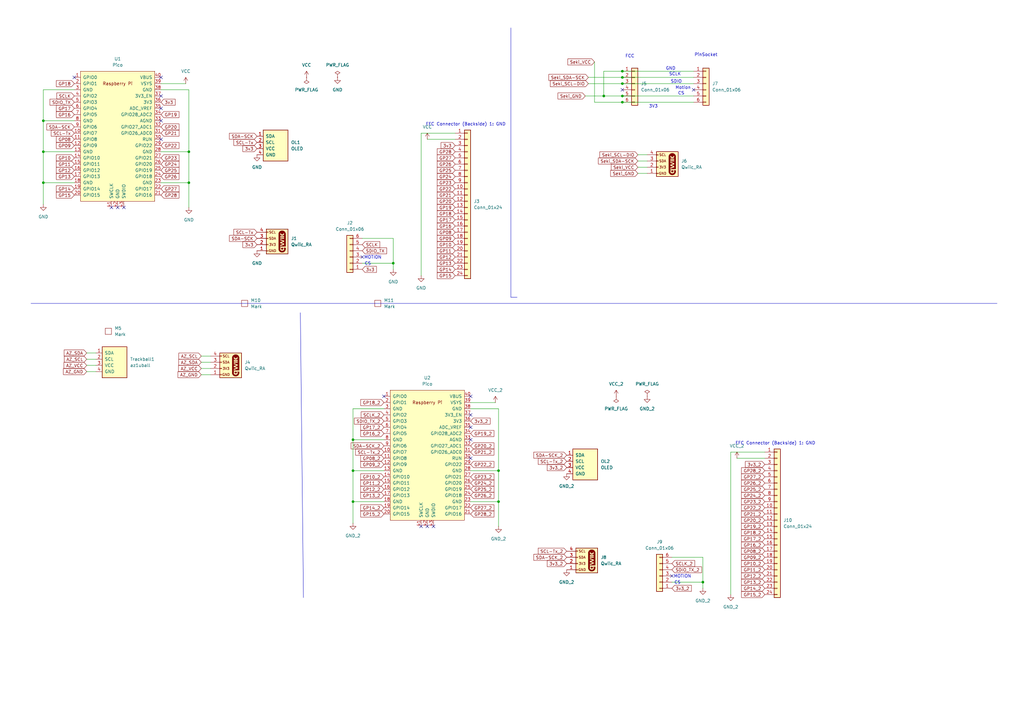
<source format=kicad_sch>
(kicad_sch (version 20250114) (generator "eeschema") (generator_version "9.0")
  (paper "A3")
  (lib_symbols
    (symbol "BrownSugar_KBD:Mark" (pin_numbers (hide yes)) (pin_names (offset 0) (hide yes))
      (property "Reference" "M" (at 0 3.81 0))
      (property "Value" "Mark" (at 0 2.54 0))
    )
    (symbol "BrownSugar_KBD:OLED" (pin_names (offset 1.016))
      (property "Reference" "OL" (at 0 7.62 0))
      (property "Value" "OLED" (at 0 -7.62 0))
      (symbol "OLED_1_1"
        (pin bidirectional line (at -7.62 3.81 0) (length 2.54) (name "SDA") (number "1"))
        (pin bidirectional line (at -7.62 1.27 0) (length 2.54) (name "SCL") (number "2"))
        (pin power_in line (at -7.62 -1.27 0) (length 2.54) (name "VCC") (number "3"))
        (pin power_in line (at -7.62 -3.81 0) (length 2.54) (name "GND") (number "4"))
      )
    )
    (symbol "Connector_Generic:Conn_01x06" (pin_names (offset 1.016) (hide yes))
      (property "Reference" "J" (at 0 7.62 0))
      (property "Value" "Conn_01x06" (at 0 -10.16 0))
      (symbol "Conn_01x06_1_1"
        (pin passive line (at -5.08 5.08 0) (length 3.81) (name "Pin_1") (number "1"))
        (pin passive line (at -5.08 2.54 0) (length 3.81) (name "Pin_2") (number "2"))
        (pin passive line (at -5.08 0 0) (length 3.81) (name "Pin_3") (number "3"))
        (pin passive line (at -5.08 -2.54 0) (length 3.81) (name "Pin_4") (number "4"))
        (pin passive line (at -5.08 -5.08 0) (length 3.81) (name "Pin_5") (number "5"))
        (pin passive line (at -5.08 -7.62 0) (length 3.81) (name "Pin_6") (number "6"))
      )
    )
    (symbol "Connector_Generic:Conn_01x24" (pin_names (offset 1.016) (hide yes))
      (property "Reference" "J" (at 0 30.48 0))
      (property "Value" "Conn_01x24" (at 0 -33.02 0))
      (symbol "Conn_01x24_1_1"
        (pin passive line (at -5.08 27.94 0) (length 3.81) (name "Pin_1") (number "1"))
        (pin passive line (at -5.08 25.4 0) (length 3.81) (name "Pin_2") (number "2"))
        (pin passive line (at -5.08 22.86 0) (length 3.81) (name "Pin_3") (number "3"))
        (pin passive line (at -5.08 20.32 0) (length 3.81) (name "Pin_4") (number "4"))
        (pin passive line (at -5.08 17.78 0) (length 3.81) (name "Pin_5") (number "5"))
        (pin passive line (at -5.08 15.24 0) (length 3.81) (name "Pin_6") (number "6"))
        (pin passive line (at -5.08 12.7 0) (length 3.81) (name "Pin_7") (number "7"))
        (pin passive line (at -5.08 10.16 0) (length 3.81) (name "Pin_8") (number "8"))
        (pin passive line (at -5.08 7.62 0) (length 3.81) (name "Pin_9") (number "9"))
        (pin passive line (at -5.08 5.08 0) (length 3.81) (name "Pin_10") (number "10"))
        (pin passive line (at -5.08 2.54 0) (length 3.81) (name "Pin_11") (number "11"))
        (pin passive line (at -5.08 0 0) (length 3.81) (name "Pin_12") (number "12"))
        (pin passive line (at -5.08 -2.54 0) (length 3.81) (name "Pin_13") (number "13"))
        (pin passive line (at -5.08 -5.08 0) (length 3.81) (name "Pin_14") (number "14"))
        (pin passive line (at -5.08 -7.62 0) (length 3.81) (name "Pin_15") (number "15"))
        (pin passive line (at -5.08 -10.16 0) (length 3.81) (name "Pin_16") (number "16"))
        (pin passive line (at -5.08 -12.7 0) (length 3.81) (name "Pin_17") (number "17"))
        (pin passive line (at -5.08 -15.24 0) (length 3.81) (name "Pin_18") (number "18"))
        (pin passive line (at -5.08 -17.78 0) (length 3.81) (name "Pin_19") (number "19"))
        (pin passive line (at -5.08 -20.32 0) (length 3.81) (name "Pin_20") (number "20"))
        (pin passive line (at -5.08 -22.86 0) (length 3.81) (name "Pin_21") (number "21"))
        (pin passive line (at -5.08 -25.4 0) (length 3.81) (name "Pin_22") (number "22"))
        (pin passive line (at -5.08 -27.94 0) (length 3.81) (name "Pin_23") (number "23"))
        (pin passive line (at -5.08 -30.48 0) (length 3.81) (name "Pin_24") (number "24"))
      )
    )
    (symbol "RPi_Pico:Pico" (pin_names (offset 1.016))
      (property "Reference" "U" (at -13.97 27.94 0))
      (property "Value" "Pico" (at 0 19.05 0))
      (symbol "Pico_0_0"
        (text "Raspberry Pi" (at 0 21.59 0) (effects (font (size 1.27 1.27))))
      )
      (symbol "Pico_1_1"
        (pin bidirectional line (at -17.78 24.13 0) (length 2.54) (name "GPIO0") (number "1"))
        (pin bidirectional line (at -17.78 21.59 0) (length 2.54) (name "GPIO1") (number "2"))
        (pin power_in line (at -17.78 19.05 0) (length 2.54) (name "GND") (number "3"))
        (pin bidirectional line (at -17.78 16.51 0) (length 2.54) (name "GPIO2") (number "4"))
        (pin bidirectional line (at -17.78 13.97 0) (length 2.54) (name "GPIO3") (number "5"))
        (pin bidirectional line (at -17.78 11.43 0) (length 2.54) (name "GPIO4") (number "6"))
        (pin bidirectional line (at -17.78 8.89 0) (length 2.54) (name "GPIO5") (number "7"))
        (pin power_in line (at -17.78 6.35 0) (length 2.54) (name "GND") (number "8"))
        (pin bidirectional line (at -17.78 3.81 0) (length 2.54) (name "GPIO6") (number "9"))
        (pin bidirectional line (at -17.78 1.27 0) (length 2.54) (name "GPIO7") (number "10"))
        (pin bidirectional line (at -17.78 -1.27 0) (length 2.54) (name "GPIO8") (number "11"))
        (pin bidirectional line (at -17.78 -3.81 0) (length 2.54) (name "GPIO9") (number "12"))
        (pin power_in line (at -17.78 -6.35 0) (length 2.54) (name "GND") (number "13"))
        (pin bidirectional line (at -17.78 -8.89 0) (length 2.54) (name "GPIO10") (number "14"))
        (pin bidirectional line (at -17.78 -11.43 0) (length 2.54) (name "GPIO11") (number "15"))
        (pin bidirectional line (at -17.78 -13.97 0) (length 2.54) (name "GPIO12") (number "16"))
        (pin bidirectional line (at -17.78 -16.51 0) (length 2.54) (name "GPIO13") (number "17"))
        (pin power_in line (at -17.78 -19.05 0) (length 2.54) (name "GND") (number "18"))
        (pin bidirectional line (at -17.78 -21.59 0) (length 2.54) (name "GPIO14") (number "19"))
        (pin bidirectional line (at -17.78 -24.13 0) (length 2.54) (name "GPIO15") (number "20"))
        (pin input line (at -2.54 -29.21 90) (length 2.54) (name "SWCLK") (number "41"))
        (pin power_in line (at 0 -29.21 90) (length 2.54) (name "GND") (number "42"))
        (pin bidirectional line (at 2.54 -29.21 90) (length 2.54) (name "SWDIO") (number "43"))
        (pin unspecified line (at 17.78 24.13 180) (length 2.54) (name "VBUS") (number "40"))
        (pin unspecified line (at 17.78 21.59 180) (length 2.54) (name "VSYS") (number "39"))
        (pin bidirectional line (at 17.78 19.05 180) (length 2.54) (name "GND") (number "38"))
        (pin input line (at 17.78 16.51 180) (length 2.54) (name "3V3_EN") (number "37"))
        (pin unspecified line (at 17.78 13.97 180) (length 2.54) (name "3V3") (number "36"))
        (pin unspecified line (at 17.78 11.43 180) (length 2.54) (name "ADC_VREF") (number "35"))
        (pin bidirectional line (at 17.78 8.89 180) (length 2.54) (name "GPIO28_ADC2") (number "34"))
        (pin power_in line (at 17.78 6.35 180) (length 2.54) (name "AGND") (number "33"))
        (pin bidirectional line (at 17.78 3.81 180) (length 2.54) (name "GPIO27_ADC1") (number "32"))
        (pin bidirectional line (at 17.78 1.27 180) (length 2.54) (name "GPIO26_ADC0") (number "31"))
        (pin input line (at 17.78 -1.27 180) (length 2.54) (name "RUN") (number "30"))
        (pin bidirectional line (at 17.78 -3.81 180) (length 2.54) (name "GPIO22") (number "29"))
        (pin power_in line (at 17.78 -6.35 180) (length 2.54) (name "GND") (number "28"))
        (pin bidirectional line (at 17.78 -8.89 180) (length 2.54) (name "GPIO21") (number "27"))
        (pin bidirectional line (at 17.78 -11.43 180) (length 2.54) (name "GPIO20") (number "26"))
        (pin bidirectional line (at 17.78 -13.97 180) (length 2.54) (name "GPIO19") (number "25"))
        (pin bidirectional line (at 17.78 -16.51 180) (length 2.54) (name "GPIO18") (number "24"))
        (pin power_in line (at 17.78 -19.05 180) (length 2.54) (name "GND") (number "23"))
        (pin bidirectional line (at 17.78 -21.59 180) (length 2.54) (name "GPIO17") (number "22"))
        (pin bidirectional line (at 17.78 -24.13 180) (length 2.54) (name "GPIO16") (number "21"))
      )
    )
    (symbol "SparkFun-Connector:Qwiic_Right_Angle" (pin_names (offset 1.016) (hide yes))
      (property "Reference" "J" (at 0 5.08 0))
      (property "Value" "Qwiic_RA" (at 0 -7.62 0))
      (symbol "Qwiic_Right_Angle_1_1"
        (text "SCL" (at 1.27 2.54 0) (effects (font (size 1 1))))
        (text "SDA" (at 1.27 0 0) (effects (font (size 1 1))))
        (text "3V3" (at 1.27 -2.54 0) (effects (font (size 1 1))))
        (text "GND" (at 1.27 -5.08 0) (effects (font (size 1 1))))
        (pin passive line (at -5.08 2.54 0) (length 3.81) (name "Pin_4") (number "4"))
        (pin passive line (at -5.08 0 0) (length 3.81) (name "Pin_3") (number "3"))
        (pin passive line (at -5.08 -2.54 0) (length 3.81) (name "Pin_2") (number "2"))
        (pin passive line (at -5.08 -5.08 0) (length 3.81) (name "Pin_1") (number "1"))
        (pin no_connect line (at 5.08 3.81 270) (length 2.54) (hide yes) (name "NC") (number "NC1"))
        (pin no_connect line (at 6.35 3.81 270) (length 2.54) (hide yes) (name "NC") (number "NC2"))
      )
    )
    (symbol "power:GND" (power) (pin_numbers (hide yes)) (pin_names (offset 0) (hide yes))
      (property "Value" "GND" (at 0 -3.81 0))
      (symbol "GND_1_1"
        (pin power_in line (at 0 0 270) (length 0) (name "~") (number "1"))
      )
    )
    (symbol "power:PWR_FLAG" (power) (pin_numbers (hide yes)) (pin_names (offset 0) (hide yes))
      (property "Value" "PWR_FLAG" (at 0 3.81 0))
      (symbol "PWR_FLAG_0_0"
        (pin power_out line (at 0 0 90) (length 0) (name "~") (number "1"))
      )
    )
    (symbol "power:VCC" (power) (pin_numbers (hide yes)) (pin_names (offset 0) (hide yes))
      (property "Value" "VCC" (at 0 3.556 0))
      (symbol "VCC_1_1"
        (pin power_in line (at 0 0 90) (length 0) (name "~") (number "1"))
      )
    )
  )
  (text "CS" (at 150.876 108.204 0) (effects (font (size 1.27 1.27))))
  (text "FCC" (at 258.318 23.114 0) (effects (font (size 1.27 1.27))))
  (text "PinSocket" (at 289.56 22.606 0) (effects (font (size 1.27 1.27))))
  (text "3V3" (at 267.97 43.688 0) (effects (font (size 1.27 1.27))))
  (text "SCLK" (at 276.86 30.48 0) (effects (font (size 1.27 1.27))))
  (text "FFC Connector (Backside) 1: GND" (at 318.008 181.864 0) (effects (font (size 1.27 1.27))))
  (text "MOTION" (at 279.908 236.474 0) (effects (font (size 1.27 1.27))))
  (text "Motion\n" (at 280.162 36.068 0) (effects (font (size 1.27 1.27))))
  (text "SDIO" (at 277.368 33.528 0) (effects (font (size 1.27 1.27))))
  (text "FFC Connector (Backside) 1: GND" (at 191.008 51.054 0) (effects (font (size 1.27 1.27))))
  (text "CS\n" (at 279.4 38.354 0) (effects (font (size 1.27 1.27))))
  (text "CS" (at 277.876 239.014 0) (effects (font (size 1.27 1.27))))
  (text "GND" (at 275.082 28.194 0) (effects (font (size 1.27 1.27))))
  (text "MOTION" (at 152.908 105.664 0) (effects (font (size 1.27 1.27))))
  (junction (at 17.78 49.53))
  (junction (at 77.47 62.23))
  (junction (at 161.29 107.95))
  (junction (at 288.29 238.76))
  (junction (at 247.65 39.37))
  (junction (at 77.47 74.93))
  (junction (at 17.78 74.93))
  (junction (at 204.47 193.04))
  (junction (at 144.78 193.04))
  (junction (at 204.47 205.74))
  (junction (at 255.27 31.75))
  (junction (at 255.27 41.91))
  (junction (at 255.27 34.29))
  (junction (at 144.78 180.34))
  (junction (at 17.78 62.23))
  (junction (at 255.27 29.21))
  (junction (at 255.27 39.37))
  (junction (at 144.78 205.74))
  (no_connect (at 193.04 175.26))
  (no_connect (at 172.72 215.9))
  (no_connect (at 193.04 180.34))
  (no_connect (at 66.04 49.53))
  (no_connect (at 148.59 105.41))
  (no_connect (at 193.04 187.96))
  (no_connect (at 193.04 162.56))
  (no_connect (at 48.26 85.09))
  (no_connect (at 66.04 44.45))
  (no_connect (at 284.48 36.83))
  (no_connect (at 66.04 31.75))
  (no_connect (at 275.59 236.22))
  (no_connect (at 66.04 57.15))
  (no_connect (at 177.8 215.9))
  (no_connect (at 50.8 85.09))
  (no_connect (at 255.27 36.83))
  (no_connect (at 66.04 39.37))
  (no_connect (at 45.72 85.09))
  (no_connect (at 193.04 170.18))
  (no_connect (at 30.48 31.75))
  (no_connect (at 157.48 162.56))
  (no_connect (at 175.26 215.9))
  (wire (pts (xy 82.55 146.05) (xy 86.36 146.05)))
  (wire (pts (xy 157.48 167.64) (xy 144.78 167.64)))
  (wire (pts (xy 161.29 107.95) (xy 161.29 110.49)))
  (wire (pts (xy 255.27 31.75) (xy 284.48 31.75)))
  (wire (pts (xy 261.62 66.04) (xy 265.43 66.04)))
  (wire (pts (xy 17.78 49.53) (xy 17.78 62.23)))
  (wire (pts (xy 275.59 238.76) (xy 288.29 238.76)))
  (wire (pts (xy 17.78 36.83) (xy 17.78 49.53)))
  (wire (pts (xy 66.04 62.23) (xy 77.47 62.23)))
  (wire (pts (xy 30.48 36.83) (xy 17.78 36.83)))
  (polyline (pts (xy 123.19 128.27) (xy 124.46 245.11)))
  (polyline (pts (xy 209.55 11.43) (xy 209.55 121.92)))
  (wire (pts (xy 240.03 39.37) (xy 247.65 39.37)))
  (wire (pts (xy 35.56 147.32) (xy 39.37 147.32)))
  (wire (pts (xy 288.29 228.6) (xy 288.29 238.76)))
  (wire (pts (xy 17.78 74.93) (xy 17.78 83.82)))
  (wire (pts (xy 247.65 29.21) (xy 255.27 29.21)))
  (wire (pts (xy 35.56 149.86) (xy 39.37 149.86)))
  (wire (pts (xy 30.48 49.53) (xy 17.78 49.53)))
  (wire (pts (xy 144.78 180.34) (xy 144.78 193.04)))
  (wire (pts (xy 172.72 54.61) (xy 172.72 113.03)))
  (wire (pts (xy 144.78 167.64) (xy 144.78 180.34)))
  (wire (pts (xy 66.04 74.93) (xy 77.47 74.93)))
  (wire (pts (xy 77.47 74.93) (xy 77.47 85.09)))
  (wire (pts (xy 30.48 74.93) (xy 17.78 74.93)))
  (wire (pts (xy 193.04 193.04) (xy 204.47 193.04)))
  (wire (pts (xy 186.69 54.61) (xy 172.72 54.61)))
  (wire (pts (xy 175.26 57.15) (xy 186.69 57.15)))
  (wire (pts (xy 66.04 36.83) (xy 77.47 36.83)))
  (wire (pts (xy 77.47 36.83) (xy 77.47 62.23)))
  (wire (pts (xy 204.47 167.64) (xy 204.47 193.04)))
  (wire (pts (xy 299.72 185.42) (xy 299.72 243.84)))
  (wire (pts (xy 30.48 62.23) (xy 17.78 62.23)))
  (wire (pts (xy 241.3 31.75) (xy 255.27 31.75)))
  (wire (pts (xy 144.78 193.04) (xy 144.78 205.74)))
  (wire (pts (xy 157.48 205.74) (xy 144.78 205.74)))
  (wire (pts (xy 261.62 71.12) (xy 265.43 71.12)))
  (wire (pts (xy 204.47 193.04) (xy 204.47 205.74)))
  (wire (pts (xy 77.47 62.23) (xy 77.47 74.93)))
  (wire (pts (xy 17.78 62.23) (xy 17.78 74.93)))
  (polyline (pts (xy 209.55 121.92) (xy 212.09 121.92)))
  (wire (pts (xy 255.27 41.91) (xy 243.84 41.91)))
  (wire (pts (xy 157.48 180.34) (xy 144.78 180.34)))
  (wire (pts (xy 241.3 34.29) (xy 255.27 34.29)))
  (wire (pts (xy 148.59 107.95) (xy 161.29 107.95)))
  (wire (pts (xy 161.29 97.79) (xy 161.29 107.95)))
  (wire (pts (xy 302.26 187.96) (xy 313.69 187.96)))
  (wire (pts (xy 255.27 41.91) (xy 284.48 41.91)))
  (wire (pts (xy 247.65 39.37) (xy 247.65 29.21)))
  (wire (pts (xy 261.62 68.58) (xy 265.43 68.58)))
  (wire (pts (xy 247.65 39.37) (xy 255.27 39.37)))
  (wire (pts (xy 193.04 205.74) (xy 204.47 205.74)))
  (polyline (pts (xy 12.7 124.46) (xy 408.94 124.46)))
  (wire (pts (xy 255.27 34.29) (xy 284.48 34.29)))
  (wire (pts (xy 255.27 39.37) (xy 284.48 39.37)))
  (wire (pts (xy 243.84 41.91) (xy 243.84 25.4)))
  (wire (pts (xy 35.56 152.4) (xy 39.37 152.4)))
  (wire (pts (xy 313.69 185.42) (xy 299.72 185.42)))
  (wire (pts (xy 157.48 193.04) (xy 144.78 193.04)))
  (wire (pts (xy 193.04 165.1) (xy 203.2 165.1)))
  (wire (pts (xy 288.29 228.6) (xy 275.59 228.6)))
  (wire (pts (xy 204.47 205.74) (xy 204.47 215.9)))
  (wire (pts (xy 82.55 153.67) (xy 86.36 153.67)))
  (wire (pts (xy 255.27 29.21) (xy 284.48 29.21)))
  (wire (pts (xy 193.04 167.64) (xy 204.47 167.64)))
  (wire (pts (xy 35.56 144.78) (xy 39.37 144.78)))
  (wire (pts (xy 261.62 63.5) (xy 265.43 63.5)))
  (wire (pts (xy 82.55 148.59) (xy 86.36 148.59)))
  (wire (pts (xy 144.78 205.74) (xy 144.78 214.63)))
  (wire (pts (xy 161.29 97.79) (xy 148.59 97.79)))
  (wire (pts (xy 66.04 34.29) (xy 76.2 34.29)))
  (wire (pts (xy 82.55 151.13) (xy 86.36 151.13)))
  (wire (pts (xy 288.29 238.76) (xy 288.29 241.3)))
  (global_label "GP28" (shape input) (at 186.69 62.23 180) (property "Intersheetrefs" "${INTERSHEET_REFS}" (effects (hide yes))))
  (global_label "GP11" (shape input) (at 30.48 67.31 180) (property "Intersheetrefs" "${INTERSHEET_REFS}" (effects (hide yes))))
  (global_label "GP22_2" (shape input) (at 313.69 208.28 180) (property "Intersheetrefs" "${INTERSHEET_REFS}" (effects (hide yes))))
  (global_label "GP24" (shape input) (at 66.04 67.31 0) (property "Intersheetrefs" "${INTERSHEET_REFS}" (effects (hide yes))))
  (global_label "GP08" (shape input) (at 186.69 95.25 180) (property "Intersheetrefs" "${INTERSHEET_REFS}" (effects (hide yes))))
  (global_label "SDIO_TX" (shape input) (at 148.59 102.87 0) (property "Intersheetrefs" "${INTERSHEET_REFS}" (effects (hide yes))))
  (global_label "3v3_2" (shape input) (at 193.04 172.72 0) (property "Intersheetrefs" "${INTERSHEET_REFS}" (effects (hide yes))))
  (global_label "3v3_2" (shape input) (at 275.59 241.3 0) (property "Intersheetrefs" "${INTERSHEET_REFS}" (effects (hide yes))))
  (global_label "GP16_2" (shape input) (at 157.48 177.8 180) (property "Intersheetrefs" "${INTERSHEET_REFS}" (effects (hide yes))))
  (global_label "GP15_2" (shape input) (at 313.69 243.84 180) (property "Intersheetrefs" "${INTERSHEET_REFS}" (effects (hide yes))))
  (global_label "SCLK_2" (shape input) (at 275.59 231.14 0) (property "Intersheetrefs" "${INTERSHEET_REFS}" (effects (hide yes))))
  (global_label "GP08" (shape input) (at 30.48 57.15 180) (property "Intersheetrefs" "${INTERSHEET_REFS}" (effects (hide yes))))
  (global_label "GP19" (shape input) (at 186.69 85.09 180) (property "Intersheetrefs" "${INTERSHEET_REFS}" (effects (hide yes))))
  (global_label "GP09" (shape input) (at 30.48 59.69 180) (property "Intersheetrefs" "${INTERSHEET_REFS}" (effects (hide yes))))
  (global_label "Seki_SCL-DIO" (shape input) (at 261.62 63.5 180) (property "Intersheetrefs" "${INTERSHEET_REFS}" (effects (hide yes))))
  (global_label "GP23_2" (shape input) (at 313.69 205.74 180) (property "Intersheetrefs" "${INTERSHEET_REFS}" (effects (hide yes))))
  (global_label "SDIO_TX" (shape input) (at 30.48 41.91 180) (property "Intersheetrefs" "${INTERSHEET_REFS}" (effects (hide yes))))
  (global_label "GP19" (shape input) (at 66.04 46.99 0) (property "Intersheetrefs" "${INTERSHEET_REFS}" (effects (hide yes))))
  (global_label "Seki_GND" (shape input) (at 240.03 39.37 180) (property "Intersheetrefs" "${INTERSHEET_REFS}" (effects (hide yes))))
  (global_label "GP16" (shape input) (at 186.69 92.71 180) (property "Intersheetrefs" "${INTERSHEET_REFS}" (effects (hide yes))))
  (global_label "GP11_2" (shape input) (at 157.48 198.12 180) (property "Intersheetrefs" "${INTERSHEET_REFS}" (effects (hide yes))))
  (global_label "GP16_2" (shape input) (at 313.69 223.52 180) (property "Intersheetrefs" "${INTERSHEET_REFS}" (effects (hide yes))))
  (global_label "SCLK_2" (shape input) (at 157.48 170.18 180) (property "Intersheetrefs" "${INTERSHEET_REFS}" (effects (hide yes))))
  (global_label "GP21_2" (shape input) (at 313.69 210.82 180) (property "Intersheetrefs" "${INTERSHEET_REFS}" (effects (hide yes))))
  (global_label "SDA-SCK_2" (shape input) (at 157.48 182.88 180) (property "Intersheetrefs" "${INTERSHEET_REFS}" (effects (hide yes))))
  (global_label "GP23" (shape input) (at 186.69 74.93 180) (property "Intersheetrefs" "${INTERSHEET_REFS}" (effects (hide yes))))
  (global_label "GP28_2" (shape input) (at 193.04 210.82 0) (property "Intersheetrefs" "${INTERSHEET_REFS}" (effects (hide yes))))
  (global_label "GP17" (shape input) (at 186.69 90.17 180) (property "Intersheetrefs" "${INTERSHEET_REFS}" (effects (hide yes))))
  (global_label "GP15" (shape input) (at 30.48 80.01 180) (property "Intersheetrefs" "${INTERSHEET_REFS}" (effects (hide yes))))
  (global_label "SCL-Tx_2" (shape input) (at 232.41 226.06 180) (property "Intersheetrefs" "${INTERSHEET_REFS}" (effects (hide yes))))
  (global_label "GP13" (shape input) (at 30.48 72.39 180) (property "Intersheetrefs" "${INTERSHEET_REFS}" (effects (hide yes))))
  (global_label "SCL-Tx" (shape input) (at 30.48 54.61 180) (property "Intersheetrefs" "${INTERSHEET_REFS}" (effects (hide yes))))
  (global_label "GP12" (shape input) (at 30.48 69.85 180) (property "Intersheetrefs" "${INTERSHEET_REFS}" (effects (hide yes))))
  (global_label "AZ_SCL" (shape input) (at 82.55 146.05 180) (property "Intersheetrefs" "${INTERSHEET_REFS}" (effects (hide yes))))
  (global_label "GP12_2" (shape input) (at 157.48 200.66 180) (property "Intersheetrefs" "${INTERSHEET_REFS}" (effects (hide yes))))
  (global_label "SCL-Tx" (shape input) (at 105.41 95.25 180) (property "Intersheetrefs" "${INTERSHEET_REFS}" (effects (hide yes))))
  (global_label "3v3_2" (shape input) (at 232.41 191.77 180) (property "Intersheetrefs" "${INTERSHEET_REFS}" (effects (hide yes))))
  (global_label "GP20_2" (shape input) (at 193.04 182.88 0) (property "Intersheetrefs" "${INTERSHEET_REFS}" (effects (hide yes))))
  (global_label "SDIO_TX_2" (shape input) (at 157.48 172.72 180) (property "Intersheetrefs" "${INTERSHEET_REFS}" (effects (hide yes))))
  (global_label "GP14_2" (shape input) (at 313.69 241.3 180) (property "Intersheetrefs" "${INTERSHEET_REFS}" (effects (hide yes))))
  (global_label "GP10" (shape input) (at 186.69 100.33 180) (property "Intersheetrefs" "${INTERSHEET_REFS}" (effects (hide yes))))
  (global_label "GP17" (shape input) (at 30.48 44.45 180) (property "Intersheetrefs" "${INTERSHEET_REFS}" (effects (hide yes))))
  (global_label "GP27_2" (shape input) (at 313.69 195.58 180) (property "Intersheetrefs" "${INTERSHEET_REFS}" (effects (hide yes))))
  (global_label "GP24_2" (shape input) (at 313.69 203.2 180) (property "Intersheetrefs" "${INTERSHEET_REFS}" (effects (hide yes))))
  (global_label "GP08_2" (shape input) (at 157.48 187.96 180) (property "Intersheetrefs" "${INTERSHEET_REFS}" (effects (hide yes))))
  (global_label "GP11_2" (shape input) (at 313.69 233.68 180) (property "Intersheetrefs" "${INTERSHEET_REFS}" (effects (hide yes))))
  (global_label "3v3_2" (shape input) (at 313.69 190.5 180) (property "Intersheetrefs" "${INTERSHEET_REFS}" (effects (hide yes))))
  (global_label "AZ_SCL" (shape input) (at 35.56 147.32 180) (property "Intersheetrefs" "${INTERSHEET_REFS}" (effects (hide yes))))
  (global_label "GP12_2" (shape input) (at 313.69 236.22 180) (property "Intersheetrefs" "${INTERSHEET_REFS}" (effects (hide yes))))
  (global_label "AZ_GND" (shape input) (at 35.56 152.4 180) (property "Intersheetrefs" "${INTERSHEET_REFS}" (effects (hide yes))))
  (global_label "GP10" (shape input) (at 30.48 64.77 180) (property "Intersheetrefs" "${INTERSHEET_REFS}" (effects (hide yes))))
  (global_label "GP20_2" (shape input) (at 313.69 213.36 180) (property "Intersheetrefs" "${INTERSHEET_REFS}" (effects (hide yes))))
  (global_label "GP22_2" (shape input) (at 193.04 190.5 0) (property "Intersheetrefs" "${INTERSHEET_REFS}" (effects (hide yes))))
  (global_label "SCLK" (shape input) (at 148.59 100.33 0) (property "Intersheetrefs" "${INTERSHEET_REFS}" (effects (hide yes))))
  (global_label "SCL-Tx_2" (shape input) (at 232.41 189.23 180) (property "Intersheetrefs" "${INTERSHEET_REFS}" (effects (hide yes))))
  (global_label "GP10_2" (shape input) (at 157.48 195.58 180) (property "Intersheetrefs" "${INTERSHEET_REFS}" (effects (hide yes))))
  (global_label "GP13" (shape input) (at 186.69 107.95 180) (property "Intersheetrefs" "${INTERSHEET_REFS}" (effects (hide yes))))
  (global_label "GP28_2" (shape input) (at 313.69 193.04 180) (property "Intersheetrefs" "${INTERSHEET_REFS}" (effects (hide yes))))
  (global_label "GP08_2" (shape input) (at 313.69 226.06 180) (property "Intersheetrefs" "${INTERSHEET_REFS}" (effects (hide yes))))
  (global_label "GP23" (shape input) (at 66.04 64.77 0) (property "Intersheetrefs" "${INTERSHEET_REFS}" (effects (hide yes))))
  (global_label "GP21_2" (shape input) (at 193.04 185.42 0) (property "Intersheetrefs" "${INTERSHEET_REFS}" (effects (hide yes))))
  (global_label "GP27" (shape input) (at 66.04 77.47 0) (property "Intersheetrefs" "${INTERSHEET_REFS}" (effects (hide yes))))
  (global_label "AZ_VCC" (shape input) (at 35.56 149.86 180) (property "Intersheetrefs" "${INTERSHEET_REFS}" (effects (hide yes))))
  (global_label "GP11" (shape input) (at 186.69 102.87 180) (property "Intersheetrefs" "${INTERSHEET_REFS}" (effects (hide yes))))
  (global_label "GP14" (shape input) (at 30.48 77.47 180) (property "Intersheetrefs" "${INTERSHEET_REFS}" (effects (hide yes))))
  (global_label "3v3" (shape input) (at 186.69 59.69 180) (property "Intersheetrefs" "${INTERSHEET_REFS}" (effects (hide yes))))
  (global_label "GP25_2" (shape input) (at 193.04 200.66 0) (property "Intersheetrefs" "${INTERSHEET_REFS}" (effects (hide yes))))
  (global_label "GP09" (shape input) (at 186.69 97.79 180) (property "Intersheetrefs" "${INTERSHEET_REFS}" (effects (hide yes))))
  (global_label "GP18" (shape input) (at 30.48 34.29 180) (property "Intersheetrefs" "${INTERSHEET_REFS}" (effects (hide yes))))
  (global_label "GP25" (shape input) (at 186.69 69.85 180) (property "Intersheetrefs" "${INTERSHEET_REFS}" (effects (hide yes))))
  (global_label "GP23_2" (shape input) (at 193.04 195.58 0) (property "Intersheetrefs" "${INTERSHEET_REFS}" (effects (hide yes))))
  (global_label "GP21" (shape input) (at 186.69 80.01 180) (property "Intersheetrefs" "${INTERSHEET_REFS}" (effects (hide yes))))
  (global_label "GP15" (shape input) (at 186.69 113.03 180) (property "Intersheetrefs" "${INTERSHEET_REFS}" (effects (hide yes))))
  (global_label "AZ_VCC" (shape input) (at 82.55 151.13 180) (property "Intersheetrefs" "${INTERSHEET_REFS}" (effects (hide yes))))
  (global_label "GP24_2" (shape input) (at 193.04 198.12 0) (property "Intersheetrefs" "${INTERSHEET_REFS}" (effects (hide yes))))
  (global_label "Seki_VCC" (shape input) (at 261.62 68.58 180) (property "Intersheetrefs" "${INTERSHEET_REFS}" (effects (hide yes))))
  (global_label "GP27_2" (shape input) (at 193.04 208.28 0) (property "Intersheetrefs" "${INTERSHEET_REFS}" (effects (hide yes))))
  (global_label "GP26" (shape input) (at 186.69 67.31 180) (property "Intersheetrefs" "${INTERSHEET_REFS}" (effects (hide yes))))
  (global_label "GP25" (shape input) (at 66.04 69.85 0) (property "Intersheetrefs" "${INTERSHEET_REFS}" (effects (hide yes))))
  (global_label "Seki_SDA-SCK" (shape input) (at 241.3 31.75 180) (property "Intersheetrefs" "${INTERSHEET_REFS}" (effects (hide yes))))
  (global_label "GP13_2" (shape input) (at 313.69 238.76 180) (property "Intersheetrefs" "${INTERSHEET_REFS}" (effects (hide yes))))
  (global_label "GP18_2" (shape input) (at 313.69 218.44 180) (property "Intersheetrefs" "${INTERSHEET_REFS}" (effects (hide yes))))
  (global_label "3v3" (shape input) (at 148.59 110.49 0) (property "Intersheetrefs" "${INTERSHEET_REFS}" (effects (hide yes))))
  (global_label "AZ_SDA" (shape input) (at 82.55 148.59 180) (property "Intersheetrefs" "${INTERSHEET_REFS}" (effects (hide yes))))
  (global_label "GP20" (shape input) (at 186.69 82.55 180) (property "Intersheetrefs" "${INTERSHEET_REFS}" (effects (hide yes))))
  (global_label "SCL-Tx_2" (shape input) (at 157.48 185.42 180) (property "Intersheetrefs" "${INTERSHEET_REFS}" (effects (hide yes))))
  (global_label "3v3" (shape input) (at 66.04 41.91 0) (property "Intersheetrefs" "${INTERSHEET_REFS}" (effects (hide yes))))
  (global_label "GP09_2" (shape input) (at 313.69 228.6 180) (property "Intersheetrefs" "${INTERSHEET_REFS}" (effects (hide yes))))
  (global_label "SDA-SCK_2" (shape input) (at 232.41 228.6 180) (property "Intersheetrefs" "${INTERSHEET_REFS}" (effects (hide yes))))
  (global_label "GP20" (shape input) (at 66.04 52.07 0) (property "Intersheetrefs" "${INTERSHEET_REFS}" (effects (hide yes))))
  (global_label "GP22" (shape input) (at 186.69 77.47 180) (property "Intersheetrefs" "${INTERSHEET_REFS}" (effects (hide yes))))
  (global_label "GP14_2" (shape input) (at 157.48 208.28 180) (property "Intersheetrefs" "${INTERSHEET_REFS}" (effects (hide yes))))
  (global_label "SDA-SCK_2" (shape input) (at 232.41 186.69 180) (property "Intersheetrefs" "${INTERSHEET_REFS}" (effects (hide yes))))
  (global_label "GP15_2" (shape input) (at 157.48 210.82 180) (property "Intersheetrefs" "${INTERSHEET_REFS}" (effects (hide yes))))
  (global_label "GP10_2" (shape input) (at 313.69 231.14 180) (property "Intersheetrefs" "${INTERSHEET_REFS}" (effects (hide yes))))
  (global_label "GP16" (shape input) (at 30.48 46.99 180) (property "Intersheetrefs" "${INTERSHEET_REFS}" (effects (hide yes))))
  (global_label "SDIO_TX_2" (shape input) (at 275.59 233.68 0) (property "Intersheetrefs" "${INTERSHEET_REFS}" (effects (hide yes))))
  (global_label "SDA-SCK" (shape input) (at 105.41 55.88 180) (property "Intersheetrefs" "${INTERSHEET_REFS}" (effects (hide yes))))
  (global_label "GP25_2" (shape input) (at 313.69 200.66 180) (property "Intersheetrefs" "${INTERSHEET_REFS}" (effects (hide yes))))
  (global_label "3v3" (shape input) (at 105.41 60.96 180) (property "Intersheetrefs" "${INTERSHEET_REFS}" (effects (hide yes))))
  (global_label "GP26_2" (shape input) (at 193.04 203.2 0) (property "Intersheetrefs" "${INTERSHEET_REFS}" (effects (hide yes))))
  (global_label "SCL-Tx" (shape input) (at 105.41 58.42 180) (property "Intersheetrefs" "${INTERSHEET_REFS}" (effects (hide yes))))
  (global_label "GP17_2" (shape input) (at 313.69 220.98 180) (property "Intersheetrefs" "${INTERSHEET_REFS}" (effects (hide yes))))
  (global_label "Seki_GND" (shape input) (at 261.62 71.12 180) (property "Intersheetrefs" "${INTERSHEET_REFS}" (effects (hide yes))))
  (global_label "GP21" (shape input) (at 66.04 54.61 0) (property "Intersheetrefs" "${INTERSHEET_REFS}" (effects (hide yes))))
  (global_label "SDA-SCK" (shape input) (at 105.41 97.79 180) (property "Intersheetrefs" "${INTERSHEET_REFS}" (effects (hide yes))))
  (global_label "GP17_2" (shape input) (at 157.48 175.26 180) (property "Intersheetrefs" "${INTERSHEET_REFS}" (effects (hide yes))))
  (global_label "GP26_2" (shape input) (at 313.69 198.12 180) (property "Intersheetrefs" "${INTERSHEET_REFS}" (effects (hide yes))))
  (global_label "GP24" (shape input) (at 186.69 72.39 180) (property "Intersheetrefs" "${INTERSHEET_REFS}" (effects (hide yes))))
  (global_label "GP28" (shape input) (at 66.04 80.01 0) (property "Intersheetrefs" "${INTERSHEET_REFS}" (effects (hide yes))))
  (global_label "GP18_2" (shape input) (at 157.48 165.1 180) (property "Intersheetrefs" "${INTERSHEET_REFS}" (effects (hide yes))))
  (global_label "GP18" (shape input) (at 186.69 87.63 180) (property "Intersheetrefs" "${INTERSHEET_REFS}" (effects (hide yes))))
  (global_label "SCLK" (shape input) (at 30.48 39.37 180) (property "Intersheetrefs" "${INTERSHEET_REFS}" (effects (hide yes))))
  (global_label "GP26" (shape input) (at 66.04 72.39 0) (property "Intersheetrefs" "${INTERSHEET_REFS}" (effects (hide yes))))
  (global_label "GP12" (shape input) (at 186.69 105.41 180) (property "Intersheetrefs" "${INTERSHEET_REFS}" (effects (hide yes))))
  (global_label "AZ_SDA" (shape input) (at 35.56 144.78 180) (property "Intersheetrefs" "${INTERSHEET_REFS}" (effects (hide yes))))
  (global_label "GP27" (shape input) (at 186.69 64.77 180) (property "Intersheetrefs" "${INTERSHEET_REFS}" (effects (hide yes))))
  (global_label "Seki_SDA-SCK" (shape input) (at 261.62 66.04 180) (property "Intersheetrefs" "${INTERSHEET_REFS}" (effects (hide yes))))
  (global_label "GP09_2" (shape input) (at 157.48 190.5 180) (property "Intersheetrefs" "${INTERSHEET_REFS}" (effects (hide yes))))
  (global_label "GP22" (shape input) (at 66.04 59.69 0) (property "Intersheetrefs" "${INTERSHEET_REFS}" (effects (hide yes))))
  (global_label "Seki_SCL-DIO" (shape input) (at 241.3 34.29 180) (property "Intersheetrefs" "${INTERSHEET_REFS}" (effects (hide yes))))
  (global_label "GP13_2" (shape input) (at 157.48 203.2 180) (property "Intersheetrefs" "${INTERSHEET_REFS}" (effects (hide yes))))
  (global_label "AZ_GND" (shape input) (at 82.55 153.67 180) (property "Intersheetrefs" "${INTERSHEET_REFS}" (effects (hide yes))))
  (global_label "GP19_2" (shape input) (at 193.04 177.8 0) (property "Intersheetrefs" "${INTERSHEET_REFS}" (effects (hide yes))))
  (global_label "3v3_2" (shape input) (at 232.41 231.14 180) (property "Intersheetrefs" "${INTERSHEET_REFS}" (effects (hide yes))))
  (global_label "Seki_VCC" (shape input) (at 243.84 25.4 180) (property "Intersheetrefs" "${INTERSHEET_REFS}" (effects (hide yes))))
  (global_label "GP19_2" (shape input) (at 313.69 215.9 180) (property "Intersheetrefs" "${INTERSHEET_REFS}" (effects (hide yes))))
  (global_label "SDA-SCK" (shape input) (at 30.48 52.07 180) (property "Intersheetrefs" "${INTERSHEET_REFS}" (effects (hide yes))))
  (global_label "GP14" (shape input) (at 186.69 110.49 180) (property "Intersheetrefs" "${INTERSHEET_REFS}" (effects (hide yes))))
  (global_label "3v3" (shape input) (at 105.41 100.33 180) (property "Intersheetrefs" "${INTERSHEET_REFS}" (effects (hide yes))))
  (symbol (lib_id "power:VCC") (at 175.26 57.15 0) (unit 1)
    (property "Reference" "#PWR10" (effects (hide yes)))
    (property "Value" "VCC" (at 175.26 52.07 0))
    (property "Description" "Power symbol creates a global label with name \"VCC\"" (effects (hide yes)))
  )
  (symbol (lib_id "power:GND") (at 172.72 113.03 0) (unit 1)
    (property "Reference" "#PWR9" (effects (hide yes)))
    (property "Value" "GND" (at 172.72 118.11 0))
    (property "Description" "Power symbol creates a global label with name \"GND\" , ground" (effects (hide yes)))
  )
  (symbol (lib_id "power:GND") (at 204.47 215.9 0) (unit 1)
    (property "Reference" "#PWR013" (effects (hide yes)))
    (property "Value" "GND_2" (at 204.47 220.98 0))
    (property "Description" "Power symbol creates a global label with name \"GND\" , ground" (effects (hide yes)))
  )
  (symbol (lib_id "BrownSugar_KBD:OLED") (at 240.03 190.5 0) (unit 1)
    (property "Reference" "OL2" (at 246.38 189.2299 0) (effects (justify left)))
    (property "Value" "OLED" (at 246.38 191.7699 0) (effects (justify left)))
    (property "Footprint" "BrownSugar_KBD:OLED_center_display" (effects (hide yes)))
  )
  (symbol (lib_id "SparkFun-Connector:Qwiic_Right_Angle") (at 110.49 97.79 0) (unit 1)
    (property "Reference" "J1" (at 119.38 97.7899 0) (effects (justify left)))
    (property "Value" "Qwiic_RA" (at 119.38 100.3299 0) (effects (justify left)))
    (property "Footprint" "SparkFun-Connector:JST_SMD_1.0mm-4_Black" (effects (hide yes)))
    (property "Datasheet" "https://www.jst-mfg.com/product/pdf/eng/eSH.pdf" (effects (hide yes)))
    (property "Description" "4 pin JST 1mm polarized connector for I2C" (effects (hide yes)))
    (property "PROD_ID" "CONN-13694" (effects (hide yes)))
  )
  (symbol (lib_id "power:VCC") (at 203.2 165.1 0) (unit 1)
    (property "Reference" "#PWR012" (effects (hide yes)))
    (property "Value" "VCC_2" (at 203.2 160.02 0))
    (property "Description" "Power symbol creates a global label with name \"VCC\"" (effects (hide yes)))
  )
  (symbol (lib_id "power:PWR_FLAG") (at 252.73 162.56 180) (unit 1)
    (property "Reference" "#FLG03" (effects (hide yes)))
    (property "Value" "PWR_FLAG" (at 252.73 167.64 0))
    (property "Description" "Special symbol for telling ERC where power comes from" (effects (hide yes)))
  )
  (symbol (lib_id "power:GND") (at 232.41 233.68 0) (unit 1)
    (property "Reference" "#PWR015" (effects (hide yes)))
    (property "Value" "GND_2" (at 232.41 238.76 0))
    (property "Description" "Power symbol creates a global label with name \"GND\" , ground" (effects (hide yes)))
  )
  (symbol (lib_id "RPi_Pico:Pico") (at 175.26 186.69 0) (unit 1)
    (property "Reference" "U2" (at 175.26 154.94 0))
    (property "Value" "Pico" (at 175.26 157.48 0))
    (property "Footprint" "Rikkodo_FootPrint:rkd_RPi_Pico_TH_NODBG" (effects (hide yes)))
  )
  (symbol (lib_id "power:GND") (at 232.41 194.31 0) (unit 1)
    (property "Reference" "#PWR014" (effects (hide yes)))
    (property "Value" "GND_2" (at 232.41 199.39 0))
    (property "Description" "Power symbol creates a global label with name \"GND\" , ground" (effects (hide yes)))
  )
  (symbol (lib_id "Connector_Generic:Conn_01x24") (at 318.77 213.36 0) (unit 1)
    (property "Reference" "J10" (at 321.31 213.3599 0) (effects (justify left)))
    (property "Value" "Conn_01x24" (at 321.31 215.8999 0) (effects (justify left)))
    (property "Footprint" "Connector_FFC-FPC:Hirose_FH12-24S-0.5SH_1x24-1MP_P0.50mm_Horizontal" (effects (hide yes)))
    (property "Description" "Generic connector, single row, 01x24, script generated (kicad-library-utils/schlib/autogen/connector/)" (effects (hide yes)))
  )
  (symbol (lib_id "BrownSugar_KBD:Mark") (at 100.33 124.46 0) (unit 1) (in_bom no)
    (property "Reference" "M10" (at 102.87 123.1899 0) (effects (justify left)))
    (property "Value" "Mark" (at 102.87 125.7299 0) (effects (justify left)))
    (property "Footprint" "Rikkodo_FootPrint:rkd_cutdot" (effects (hide yes)))
  )
  (symbol (lib_id "power:GND") (at 77.47 85.09 0) (unit 1)
    (property "Reference" "#PWR3" (effects (hide yes)))
    (property "Value" "GND" (at 77.47 90.17 0))
    (property "Description" "Power symbol creates a global label with name \"GND\" , ground" (effects (hide yes)))
  )
  (symbol (lib_id "SparkFun-Connector:Qwiic_Right_Angle") (at 91.44 148.59 0) (unit 1)
    (property "Reference" "J4" (at 100.33 148.5899 0) (effects (justify left)))
    (property "Value" "Qwiic_RA" (at 100.33 151.1299 0) (effects (justify left)))
    (property "Footprint" "SparkFun-Connector:JST_SMD_1.0mm-4_Black" (effects (hide yes)))
    (property "Datasheet" "https://www.jst-mfg.com/product/pdf/eng/eSH.pdf" (effects (hide yes)))
    (property "Description" "4 pin JST 1mm polarized connector for I2C" (effects (hide yes)))
    (property "PROD_ID" "CONN-13694" (effects (hide yes)))
  )
  (symbol (lib_id "Connector_Generic:Conn_01x24") (at 191.77 82.55 0) (unit 1)
    (property "Reference" "J3" (at 194.31 82.5499 0) (effects (justify left)))
    (property "Value" "Conn_01x24" (at 194.31 85.0899 0) (effects (justify left)))
    (property "Footprint" "Connector_FFC-FPC:Hirose_FH12-24S-0.5SH_1x24-1MP_P0.50mm_Horizontal" (effects (hide yes)))
    (property "Description" "Generic connector, single row, 01x24, script generated (kicad-library-utils/schlib/autogen/connector/)" (effects (hide yes)))
  )
  (symbol (lib_id "power:VCC") (at 76.2 34.29 0) (unit 1)
    (property "Reference" "#PWR2" (effects (hide yes)))
    (property "Value" "VCC" (at 76.2 29.21 0))
    (property "Description" "Power symbol creates a global label with name \"VCC\"" (effects (hide yes)))
  )
  (symbol (lib_id "RPi_Pico:Pico") (at 48.26 55.88 0) (unit 1)
    (property "Reference" "U1" (at 48.26 24.13 0))
    (property "Value" "Pico" (at 48.26 26.67 0))
    (property "Footprint" "Rikkodo_FootPrint:rkd_RPi_Pico_TH_NODBG" (effects (hide yes)))
  )
  (symbol (lib_id "power:GND") (at 105.41 102.87 0) (unit 1)
    (property "Reference" "#PWR4" (effects (hide yes)))
    (property "Value" "GND" (at 105.41 107.95 0))
    (property "Description" "Power symbol creates a global label with name \"GND\" , ground" (effects (hide yes)))
  )
  (symbol (lib_id "power:VCC") (at 252.73 162.56 0) (unit 1)
    (property "Reference" "#PWR016" (effects (hide yes)))
    (property "Value" "VCC_2" (at 252.73 157.48 0))
    (property "Description" "Power symbol creates a global label with name \"VCC\"" (effects (hide yes)))
  )
  (symbol (lib_id "Connector_Generic:Conn_01x06") (at 143.51 105.41 180) (unit 1)
    (property "Reference" "J2" (at 143.51 91.44 0))
    (property "Value" "Conn_01x06" (at 143.51 93.98 0))
    (property "Footprint" "Connector_FFC-FPC:Hirose_FH12-6S-0.5SH_1x06-1MP_P0.50mm_Horizontal" (effects (hide yes)))
    (property "Description" "Generic connector, single row, 01x06, script generated (kicad-library-utils/schlib/autogen/connector/)" (effects (hide yes)))
  )
  (symbol (lib_id "Connector_Generic:Conn_01x06") (at 260.35 34.29 0) (unit 1)
    (property "Reference" "J5" (at 262.89 34.2899 0) (effects (justify left)))
    (property "Value" "Conn_01x06" (at 262.89 36.8299 0) (effects (justify left)))
    (property "Footprint" "Connector_FFC-FPC:Hirose_FH12-6S-0.5SH_1x06-1MP_P0.50mm_Horizontal" (effects (hide yes)))
    (property "Description" "Generic connector, single row, 01x06, script generated (kicad-library-utils/schlib/autogen/connector/)" (effects (hide yes)))
  )
  (symbol (lib_id "power:GND") (at 138.43 31.75 0) (unit 1)
    (property "Reference" "#PWR7" (effects (hide yes)))
    (property "Value" "GND" (at 138.43 36.83 0))
    (property "Description" "Power symbol creates a global label with name \"GND\" , ground" (effects (hide yes)))
  )
  (symbol (lib_id "power:GND") (at 144.78 214.63 0) (unit 1)
    (property "Reference" "#PWR011" (effects (hide yes)))
    (property "Value" "GND_2" (at 144.78 219.71 0))
    (property "Description" "Power symbol creates a global label with name \"GND\" , ground" (effects (hide yes)))
  )
  (symbol (lib_id "SparkFun-Connector:Qwiic_Right_Angle") (at 270.51 66.04 0) (unit 1)
    (property "Reference" "J6" (at 279.4 66.0399 0) (effects (justify left)))
    (property "Value" "Qwiic_RA" (at 279.4 68.5799 0) (effects (justify left)))
    (property "Footprint" "SparkFun-Connector:JST_SMD_1.0mm-4_Black" (effects (hide yes)))
    (property "Datasheet" "https://www.jst-mfg.com/product/pdf/eng/eSH.pdf" (effects (hide yes)))
    (property "Description" "4 pin JST 1mm polarized connector for I2C" (effects (hide yes)))
    (property "PROD_ID" "CONN-13694" (effects (hide yes)))
  )
  (symbol (lib_id "BrownSugar_KBD:Mark") (at 44.45 135.89 0) (unit 1)
    (property "Reference" "M5" (at 46.99 134.6199 0) (effects (justify left)))
    (property "Value" "Mark" (at 46.99 137.1599 0) (effects (justify left)))
    (property "Footprint" "Rikkodo_FootPrint:rkd_Point_Screw_Hall" (effects (hide yes)))
  )
  (symbol (lib_id "SparkFun-Connector:Qwiic_Right_Angle") (at 237.49 228.6 0) (unit 1)
    (property "Reference" "J8" (at 246.38 228.5999 0) (effects (justify left)))
    (property "Value" "Qwiic_RA" (at 246.38 231.1399 0) (effects (justify left)))
    (property "Footprint" "SparkFun-Connector:JST_SMD_1.0mm-4_Black" (effects (hide yes)))
    (property "Datasheet" "https://www.jst-mfg.com/product/pdf/eng/eSH.pdf" (effects (hide yes)))
    (property "Description" "4 pin JST 1mm polarized connector for I2C" (effects (hide yes)))
    (property "PROD_ID" "CONN-13694" (effects (hide yes)))
  )
  (symbol (lib_id "power:PWR_FLAG") (at 125.73 31.75 180) (unit 1)
    (property "Reference" "#FLG1" (effects (hide yes)))
    (property "Value" "PWR_FLAG" (at 125.73 36.83 0))
    (property "Description" "Special symbol for telling ERC where power comes from" (effects (hide yes)))
  )
  (symbol (lib_id "power:GND") (at 288.29 241.3 0) (unit 1)
    (property "Reference" "#PWR018" (effects (hide yes)))
    (property "Value" "GND_2" (at 288.29 246.38 0))
    (property "Description" "Power symbol creates a global label with name \"GND\" , ground" (effects (hide yes)))
  )
  (symbol (lib_id "power:GND") (at 161.29 110.49 0) (unit 1)
    (property "Reference" "#PWR8" (effects (hide yes)))
    (property "Value" "GND" (at 161.29 115.57 0))
    (property "Description" "Power symbol creates a global label with name \"GND\" , ground" (effects (hide yes)))
  )
  (symbol (lib_id "BrownSugar_KBD:Mark") (at 154.94 124.46 0) (unit 1) (in_bom no)
    (property "Reference" "M11" (at 157.48 123.1899 0) (effects (justify left)))
    (property "Value" "Mark" (at 157.48 125.7299 0) (effects (justify left)))
    (property "Footprint" "Rikkodo_FootPrint:rkd_cutdot" (effects (hide yes)))
  )
  (symbol (lib_id "power:GND") (at 17.78 83.82 0) (unit 1)
    (property "Reference" "#PWR1" (effects (hide yes)))
    (property "Value" "GND" (at 17.78 88.9 0))
    (property "Description" "Power symbol creates a global label with name \"GND\" , ground" (effects (hide yes)))
  )
  (symbol (lib_id "BrownSugar_KBD:OLED") (at 46.99 148.59 0) (unit 1)
    (property "Reference" "Trackball1" (at 53.34 147.3199 0) (effects (justify left)))
    (property "Value" "az1uball" (at 53.34 149.8599 0) (effects (justify left)))
    (property "Footprint" "kicad:AZ1UBALL" (effects (hide yes)))
  )
  (symbol (lib_id "BrownSugar_KBD:OLED") (at 113.03 59.69 0) (unit 1)
    (property "Reference" "OL1" (at 119.38 58.4199 0) (effects (justify left)))
    (property "Value" "OLED" (at 119.38 60.9599 0) (effects (justify left)))
    (property "Footprint" "BrownSugar_KBD:OLED_center_display" (effects (hide yes)))
  )
  (symbol (lib_id "power:GND") (at 105.41 63.5 0) (unit 1)
    (property "Reference" "#PWR5" (effects (hide yes)))
    (property "Value" "GND" (at 105.41 68.58 0))
    (property "Description" "Power symbol creates a global label with name \"GND\" , ground" (effects (hide yes)))
  )
  (symbol (lib_id "power:PWR_FLAG") (at 138.43 31.75 0) (unit 1)
    (property "Reference" "#FLG2" (effects (hide yes)))
    (property "Value" "PWR_FLAG" (at 138.43 26.67 0))
    (property "Description" "Special symbol for telling ERC where power comes from" (effects (hide yes)))
  )
  (symbol (lib_id "Connector_Generic:Conn_01x06") (at 270.51 236.22 180) (unit 1)
    (property "Reference" "J9" (at 270.51 222.25 0))
    (property "Value" "Conn_01x06" (at 270.51 224.79 0))
    (property "Footprint" "Connector_FFC-FPC:Hirose_FH12-6S-0.5SH_1x06-1MP_P0.50mm_Horizontal" (effects (hide yes)))
    (property "Description" "Generic connector, single row, 01x06, script generated (kicad-library-utils/schlib/autogen/connector/)" (effects (hide yes)))
  )
  (symbol (lib_id "power:VCC") (at 125.73 31.75 0) (unit 1)
    (property "Reference" "#PWR6" (effects (hide yes)))
    (property "Value" "VCC" (at 125.73 26.67 0))
    (property "Description" "Power symbol creates a global label with name \"VCC\"" (effects (hide yes)))
  )
  (symbol (lib_id "power:PWR_FLAG") (at 265.43 162.56 0) (unit 1)
    (property "Reference" "#FLG04" (effects (hide yes)))
    (property "Value" "PWR_FLAG" (at 265.43 157.48 0))
    (property "Description" "Special symbol for telling ERC where power comes from" (effects (hide yes)))
  )
  (symbol (lib_id "Connector_Generic:Conn_01x06") (at 289.56 34.29 0) (unit 1)
    (property "Reference" "J7" (at 292.1 34.2899 0) (effects (justify left)))
    (property "Value" "Conn_01x06" (at 292.1 36.8299 0) (effects (justify left)))
    (property "Footprint" "Connector_PinHeader_2.54mm:PinHeader_1x06_P2.54mm_Vertical" (effects (hide yes)))
    (property "Description" "Generic connector, single row, 01x06, script generated (kicad-library-utils/schlib/autogen/connector/)" (effects (hide yes)))
  )
  (symbol (lib_id "power:VCC") (at 302.26 187.96 0) (unit 1)
    (property "Reference" "#PWR020" (effects (hide yes)))
    (property "Value" "VCC_2" (at 302.26 182.88 0))
    (property "Description" "Power symbol creates a global label with name \"VCC\"" (effects (hide yes)))
  )
  (symbol (lib_id "power:GND") (at 299.72 243.84 0) (unit 1)
    (property "Reference" "#PWR019" (effects (hide yes)))
    (property "Value" "GND_2" (at 299.72 248.92 0))
    (property "Description" "Power symbol creates a global label with name \"GND\" , ground" (effects (hide yes)))
  )
  (symbol (lib_id "power:GND") (at 265.43 162.56 0) (unit 1)
    (property "Reference" "#PWR017" (effects (hide yes)))
    (property "Value" "GND_2" (at 265.43 167.64 0))
    (property "Description" "Power symbol creates a global label with name \"GND\" , ground" (effects (hide yes)))
  )
)
</source>
